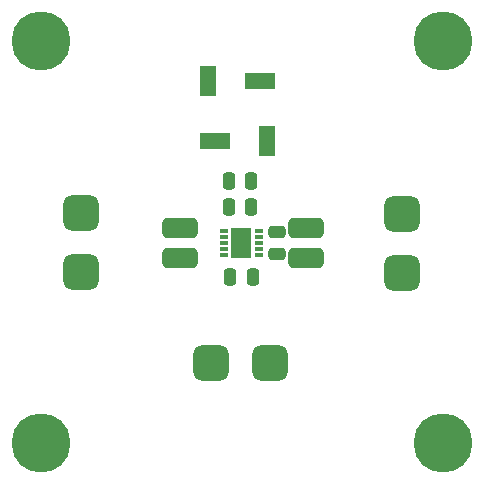
<source format=gts>
%TF.GenerationSoftware,KiCad,Pcbnew,(6.0.2)*%
%TF.CreationDate,2022-04-05T13:44:54-03:00*%
%TF.ProjectId,EM8900,454d3839-3030-42e6-9b69-6361645f7063,rev?*%
%TF.SameCoordinates,PX5f5e100PY8583b00*%
%TF.FileFunction,Soldermask,Top*%
%TF.FilePolarity,Negative*%
%FSLAX46Y46*%
G04 Gerber Fmt 4.6, Leading zero omitted, Abs format (unit mm)*
G04 Created by KiCad (PCBNEW (6.0.2)) date 2022-04-05 13:44:54*
%MOMM*%
%LPD*%
G01*
G04 APERTURE LIST*
G04 Aperture macros list*
%AMRoundRect*
4,1,4,2,3,4,5,6,7,8,9,2,3,0*
1,1,$1,$2,$3*
1,1,$1,$2,$3*
1,1,$1,$2,$3*
1,1,$1,$2,$3*
20,1,$1,$2,$3,$4,$5,0*
20,1,$1,$2,$3,$4,$5,0*
20,1,$1,$2,$3,$4,$5,0*
20,1,$1,$2,$3,$4,$5,0*%
G04 Aperture macros list end*
%AMCOMP20*
4,1,3,
-0.25,-0.475,
0.25,-0.475,
0.25,0.475,
-0.25,0.475,
0*
4,1,19,
-0.25,-0.22499999999999998,
-0.17274575140626314,-0.2372358709262116,
-0.10305368692688172,-0.27274575140626311,
-0.047745751406263137,-0.32805368692688169,
-0.012235870926211617,-0.39774575140626311,
0,-0.475,
-0.012235870926211589,-0.55225424859373684,
-0.047745751406263137,-0.62194631307311821,
-0.10305368692688169,-0.67725424859373684,
-0.17274575140626314,-0.71276412907378839,
-0.24999999999999997,-0.725,
-0.32725424859373692,-0.71276412907378839,
-0.39694631307311823,-0.67725424859373684,
-0.45225424859373686,-0.62194631307311832,
-0.48776412907378841,-0.55225424859373684,
-0.5,-0.47500000000000003,
-0.48776412907378841,-0.39774575140626317,
-0.45225424859373686,-0.32805368692688175,
-0.39694631307311834,-0.27274575140626311,
-0.32725424859373692,-0.2372358709262116,
0*
4,1,19,
0.25,-0.22499999999999998,
0.32725424859373686,-0.2372358709262116,
0.39694631307311828,-0.27274575140626311,
0.45225424859373686,-0.32805368692688169,
0.48776412907378841,-0.39774575140626311,
0.5,-0.475,
0.48776412907378841,-0.55225424859373684,
0.45225424859373686,-0.62194631307311821,
0.39694631307311834,-0.67725424859373684,
0.32725424859373686,-0.71276412907378839,
0.25000000000000006,-0.725,
0.17274575140626308,-0.71276412907378839,
0.10305368692688174,-0.67725424859373684,
0.047745751406263165,-0.62194631307311832,
0.012235870926211617,-0.55225424859373684,
0,-0.47500000000000003,
0.012235870926211589,-0.39774575140626317,
0.047745751406263109,-0.32805368692688175,
0.10305368692688166,-0.27274575140626311,
0.17274575140626308,-0.2372358709262116,
0*
4,1,19,
0.25,0.725,
0.32725424859373686,0.71276412907378839,
0.39694631307311828,0.67725424859373684,
0.45225424859373686,0.62194631307311821,
0.48776412907378841,0.55225424859373684,
0.5,0.475,
0.48776412907378841,0.39774575140626311,
0.45225424859373686,0.32805368692688175,
0.39694631307311834,0.27274575140626311,
0.32725424859373686,0.2372358709262116,
0.25000000000000006,0.22499999999999998,
0.17274575140626308,0.2372358709262116,
0.10305368692688174,0.27274575140626311,
0.047745751406263165,0.32805368692688164,
0.012235870926211617,0.39774575140626311,
0,0.47499999999999992,
0.012235870926211589,0.55225424859373673,
0.047745751406263109,0.62194631307311821,
0.10305368692688166,0.67725424859373684,
0.17274575140626308,0.71276412907378839,
0*
4,1,19,
-0.25,0.725,
-0.17274575140626314,0.71276412907378839,
-0.10305368692688172,0.67725424859373684,
-0.047745751406263137,0.62194631307311821,
-0.012235870926211617,0.55225424859373684,
0,0.475,
-0.012235870926211589,0.39774575140626311,
-0.047745751406263137,0.32805368692688175,
-0.10305368692688169,0.27274575140626311,
-0.17274575140626314,0.2372358709262116,
-0.24999999999999997,0.22499999999999998,
-0.32725424859373692,0.2372358709262116,
-0.39694631307311823,0.27274575140626311,
-0.45225424859373686,0.32805368692688164,
-0.48776412907378841,0.39774575140626311,
-0.5,0.47499999999999992,
-0.48776412907378841,0.55225424859373673,
-0.45225424859373686,0.62194631307311821,
-0.39694631307311834,0.67725424859373684,
-0.32725424859373692,0.71276412907378839,
0*
4,1,3,
-0.25,-0.725,
-0.24999999999999997,-0.22499999999999998,
0.25,-0.22499999999999998,
0.24999999999999997,-0.725,
0*
4,1,3,
0.5,-0.475,
0,-0.475,
0,0.475,
0.5,0.475,
0*
4,1,3,
0.25,0.725,
0.24999999999999997,0.22499999999999998,
-0.25,0.22499999999999998,
-0.24999999999999997,0.725,
0*
4,1,3,
-0.5,0.475,
0,0.475,
0,-0.475,
-0.5,-0.475,
0*%
%ADD10COMP20,0.25X-0.25X-0.475X0.25X-0.475X0.25X0.475X-0.25X0.475X0*%
%AMCOMP21*
4,1,3,
0.475,-0.25,
0.475,0.25,
-0.475,0.25,
-0.475,-0.25,
0*
4,1,19,
0.475,0,
0.55225424859373684,-0.012235870926211617,
0.62194631307311821,-0.047745751406263137,
0.67725424859373684,-0.10305368692688172,
0.71276412907378839,-0.17274575140626314,
0.725,-0.24999999999999997,
0.71276412907378839,-0.32725424859373686,
0.67725424859373684,-0.39694631307311823,
0.62194631307311832,-0.45225424859373686,
0.55225424859373684,-0.48776412907378841,
0.47500000000000003,-0.5,
0.39774575140626306,-0.48776412907378841,
0.32805368692688175,-0.45225424859373686,
0.27274575140626311,-0.39694631307311834,
0.2372358709262116,-0.32725424859373686,
0.22499999999999998,-0.25000000000000006,
0.23723587092621157,-0.17274575140626319,
0.27274575140626311,-0.10305368692688177,
0.32805368692688164,-0.047745751406263165,
0.39774575140626306,-0.012235870926211617,
0*
4,1,19,
0.475,0.5,
0.55225424859373684,0.48776412907378841,
0.62194631307311821,0.45225424859373686,
0.67725424859373684,0.39694631307311828,
0.71276412907378839,0.32725424859373686,
0.725,0.25,
0.71276412907378839,0.17274575140626316,
0.67725424859373684,0.10305368692688174,
0.62194631307311832,0.047745751406263165,
0.55225424859373684,0.012235870926211617,
0.47500000000000003,0,
0.39774575140626306,0.012235870926211617,
0.32805368692688175,0.047745751406263109,
0.27274575140626311,0.10305368692688169,
0.2372358709262116,0.17274575140626311,
0.22499999999999998,0.24999999999999994,
0.23723587092621157,0.32725424859373681,
0.27274575140626311,0.39694631307311823,
0.32805368692688164,0.45225424859373686,
0.39774575140626306,0.48776412907378841,
0*
4,1,19,
-0.475,0.5,
-0.39774575140626311,0.48776412907378841,
-0.32805368692688169,0.45225424859373686,
-0.27274575140626311,0.39694631307311828,
-0.2372358709262116,0.32725424859373686,
-0.22499999999999998,0.25,
-0.23723587092621157,0.17274575140626316,
-0.27274575140626311,0.10305368692688174,
-0.32805368692688164,0.047745751406263165,
-0.39774575140626311,0.012235870926211617,
-0.47499999999999992,0,
-0.552254248593737,0.012235870926211617,
-0.62194631307311821,0.047745751406263109,
-0.67725424859373684,0.10305368692688169,
-0.71276412907378839,0.17274575140626311,
-0.725,0.24999999999999994,
-0.71276412907378839,0.32725424859373681,
-0.67725424859373684,0.39694631307311823,
-0.62194631307311832,0.45225424859373686,
-0.55225424859373684,0.48776412907378841,
0*
4,1,19,
-0.475,0,
-0.39774575140626311,-0.012235870926211617,
-0.32805368692688169,-0.047745751406263137,
-0.27274575140626311,-0.10305368692688172,
-0.2372358709262116,-0.17274575140626314,
-0.22499999999999998,-0.24999999999999997,
-0.23723587092621157,-0.32725424859373686,
-0.27274575140626311,-0.39694631307311823,
-0.32805368692688164,-0.45225424859373686,
-0.39774575140626311,-0.48776412907378841,
-0.47499999999999992,-0.5,
-0.552254248593737,-0.48776412907378841,
-0.62194631307311821,-0.45225424859373686,
-0.67725424859373684,-0.39694631307311834,
-0.71276412907378839,-0.32725424859373686,
-0.725,-0.25000000000000006,
-0.71276412907378839,-0.17274575140626319,
-0.67725424859373684,-0.10305368692688177,
-0.62194631307311832,-0.047745751406263165,
-0.55225424859373684,-0.012235870926211617,
0*
4,1,3,
0.725,-0.25,
0.22499999999999998,-0.24999999999999997,
0.22499999999999998,0.25,
0.725,0.24999999999999997,
0*
4,1,3,
0.475,0.5,
0.475,0,
-0.475,0,
-0.475,0.5,
0*
4,1,3,
-0.725,0.25,
-0.22499999999999998,0.24999999999999997,
-0.22499999999999998,-0.25,
-0.725,-0.24999999999999997,
0*
4,1,3,
-0.475,-0.5,
-0.475,0,
0.475,0,
0.475,-0.5,
0*%
%ADD11COMP21,0.25X0.475X-0.25X0.475X0.25X-0.475X0.25X-0.475X-0.25X0*%
%ADD12R,0.8X0.3*%
%ADD13R,1.8X2.5*%
%AMCOMP22*
4,1,3,
-0.75,0.75,
-0.75,-0.75,
0.75,-0.75,
0.75,0.75,
0*
4,1,19,
-0.75,1.5,
-0.51823725421878941,1.4632923872213652,
-0.30916106078064515,1.3567627457812106,
-0.14323725421878941,1.1908389392193548,
-0.036707612778634879,0.98176274578121059,
0,0.75,
-0.036707612778634768,0.51823725421878952,
-0.14323725421878941,0.3091610607806452,
-0.30916106078064509,0.14323725421878952,
-0.51823725421878941,0.036707612778634879,
-0.74999999999999989,0,
-0.98176274578121081,0.036707612778634879,
-1.1908389392193548,0.1432372542187893,
-1.3567627457812104,0.30916106078064509,
-1.4632923872213652,0.5182372542187893,
-1.5,0.74999999999999989,
-1.4632923872213652,0.98176274578121037,
-1.3567627457812108,1.1908389392193546,
-1.190838939219355,1.3567627457812104,
-0.9817627457812107,1.4632923872213652,
0*
4,1,19,
-0.75,0,
-0.51823725421878941,-0.036707612778634879,
-0.30916106078064515,-0.14323725421878941,
-0.14323725421878941,-0.30916106078064515,
-0.036707612778634879,-0.51823725421878941,
0,-0.75,
-0.036707612778634768,-0.98176274578121048,
-0.14323725421878941,-1.1908389392193548,
-0.30916106078064509,-1.3567627457812104,
-0.51823725421878941,-1.4632923872213652,
-0.74999999999999989,-1.5,
-0.98176274578121081,-1.4632923872213652,
-1.1908389392193548,-1.3567627457812108,
-1.3567627457812104,-1.190838939219355,
-1.4632923872213652,-0.9817627457812107,
-1.5,-0.75000000000000011,
-1.4632923872213652,-0.51823725421878963,
-1.3567627457812108,-0.30916106078064531,
-1.190838939219355,-0.14323725421878952,
-0.9817627457812107,-0.036707612778634879,
0*
4,1,19,
0.75,0,
0.98176274578121059,-0.036707612778634879,
1.1908389392193548,-0.14323725421878941,
1.3567627457812106,-0.30916106078064515,
1.4632923872213652,-0.51823725421878941,
1.5,-0.75,
1.4632923872213652,-0.98176274578121048,
1.3567627457812106,-1.1908389392193548,
1.190838939219355,-1.3567627457812104,
0.98176274578121059,-1.4632923872213652,
0.75000000000000011,-1.5,
0.51823725421878919,-1.4632923872213652,
0.3091610607806452,-1.3567627457812108,
0.14323725421878952,-1.190838939219355,
0.036707612778634879,-0.9817627457812107,
0,-0.75000000000000011,
0.036707612778634768,-0.51823725421878963,
0.1432372542187893,-0.30916106078064531,
0.309161060780645,-0.14323725421878952,
0.5182372542187893,-0.036707612778634879,
0*
4,1,19,
0.75,1.5,
0.98176274578121059,1.4632923872213652,
1.1908389392193548,1.3567627457812106,
1.3567627457812106,1.1908389392193548,
1.4632923872213652,0.98176274578121059,
1.5,0.75,
1.4632923872213652,0.51823725421878952,
1.3567627457812106,0.3091610607806452,
1.190838939219355,0.14323725421878952,
0.98176274578121059,0.036707612778634879,
0.75000000000000011,0,
0.51823725421878919,0.036707612778634879,
0.3091610607806452,0.1432372542187893,
0.14323725421878952,0.30916106078064509,
0.036707612778634879,0.5182372542187893,
0,0.74999999999999989,
0.036707612778634768,0.98176274578121037,
0.1432372542187893,1.1908389392193546,
0.309161060780645,1.3567627457812104,
0.5182372542187893,1.4632923872213652,
0*
4,1,3,
-1.5,0.75,
0,0.75,
0,-0.75,
-1.5,-0.75,
0*
4,1,3,
-0.75,-1.5,
-0.75,0,
0.75,0,
0.75,-1.5,
0*
4,1,3,
1.5,-0.75,
0,-0.75,
0,0.75,
1.5,0.75,
0*
4,1,3,
0.75,1.5,
0.75,0,
-0.75,0,
-0.75,1.5,
0*%
%ADD14COMP22,0.75X-0.75X0.75X-0.75X-0.75X0.75X-0.75X0.75X0.75X0*%
%AMCOMP23*
4,1,3,
-1.075,-0.425,
1.075,-0.425,
1.075,0.425,
-1.075,0.425,
0*
4,1,19,
-1.075,0,
-0.94366777739064733,-0.020800980574559758,
-0.82519126777569884,-0.081167777390647344,
-0.73116777739064731,-0.17519126777569891,
-0.67080098057455972,-0.29366777739064731,
-0.64999999999999991,-0.425,
-0.67080098057455961,-0.55633222260935256,
-0.73116777739064731,-0.674808732224301,
-0.82519126777569884,-0.76883222260935258,
-0.94366777739064722,-0.82919901942544016,
-1.075,-0.85,
-1.2063322226093527,-0.82919901942544016,
-1.324808732224301,-0.76883222260935269,
-1.4188322226093526,-0.674808732224301,
-1.4791990194254403,-0.55633222260935267,
-1.5,-0.42500000000000004,
-1.4791990194254403,-0.29366777739064742,
-1.4188322226093526,-0.17519126777569902,
-1.3248087322243012,-0.0811677773906474,
-1.2063322226093527,-0.020800980574559758,
0*
4,1,19,
1.075,0,
1.2063322226093527,-0.020800980574559758,
1.324808732224301,-0.081167777390647344,
1.4188322226093526,-0.17519126777569891,
1.4791990194254403,-0.29366777739064731,
1.5,-0.425,
1.4791990194254403,-0.55633222260935256,
1.4188322226093526,-0.674808732224301,
1.3248087322243012,-0.76883222260935258,
1.2063322226093527,-0.82919901942544016,
1.075,-0.85,
0.94366777739064722,-0.82919901942544016,
0.825191267775699,-0.76883222260935269,
0.73116777739064731,-0.674808732224301,
0.67080098057455972,-0.55633222260935267,
0.64999999999999991,-0.42500000000000004,
0.67080098057455961,-0.29366777739064742,
0.73116777739064731,-0.17519126777569902,
0.82519126777569873,-0.0811677773906474,
0.94366777739064722,-0.020800980574559758,
0*
4,1,19,
1.075,0.85,
1.2063322226093527,0.82919901942544016,
1.324808732224301,0.76883222260935269,
1.4188322226093526,0.674808732224301,
1.4791990194254403,0.55633222260935267,
1.5,0.425,
1.4791990194254403,0.29366777739064737,
1.4188322226093526,0.17519126777569896,
1.3248087322243012,0.0811677773906474,
1.2063322226093527,0.020800980574559758,
1.075,0,
0.94366777739064722,0.020800980574559758,
0.825191267775699,0.081167777390647289,
0.73116777739064731,0.17519126777569888,
0.67080098057455972,0.29366777739064731,
0.64999999999999991,0.42499999999999993,
0.67080098057455961,0.55633222260935256,
0.73116777739064731,0.67480873222430093,
0.82519126777569873,0.76883222260935258,
0.94366777739064722,0.82919901942544016,
0*
4,1,19,
-1.075,0.85,
-0.94366777739064733,0.82919901942544016,
-0.82519126777569884,0.76883222260935269,
-0.73116777739064731,0.674808732224301,
-0.67080098057455972,0.55633222260935267,
-0.64999999999999991,0.425,
-0.67080098057455961,0.29366777739064737,
-0.73116777739064731,0.17519126777569896,
-0.82519126777569884,0.0811677773906474,
-0.94366777739064722,0.020800980574559758,
-1.075,0,
-1.2063322226093527,0.020800980574559758,
-1.324808732224301,0.081167777390647289,
-1.4188322226093526,0.17519126777569888,
-1.4791990194254403,0.29366777739064731,
-1.5,0.42499999999999993,
-1.4791990194254403,0.55633222260935256,
-1.4188322226093526,0.67480873222430093,
-1.3248087322243012,0.76883222260935258,
-1.2063322226093527,0.82919901942544016,
0*
4,1,3,
-1.075,-0.85,
-1.075,0,
1.075,0,
1.075,-0.85,
0*
4,1,3,
1.5,-0.425,
0.64999999999999991,-0.425,
0.64999999999999991,0.425,
1.5,0.425,
0*
4,1,3,
1.075,0.85,
1.075,0,
-1.075,0,
-1.075,0.85,
0*
4,1,3,
-1.5,0.425,
-0.64999999999999991,0.425,
-0.64999999999999991,-0.425,
-1.5,-0.425,
0*%
%ADD15COMP23,0.425X-1.075X-0.425X1.075X-0.425X1.075X0.425X-1.075X0.425X0*%
%ADD16R,1.4X2.6*%
%ADD17R,2.6X1.4*%
%AMCOMP24*
4,1,3,
0.75,-0.75,
0.75,0.75,
-0.75,0.75,
-0.75,-0.75,
0*
4,1,19,
0.75,0,
0.98176274578121059,-0.036707612778634879,
1.1908389392193548,-0.14323725421878941,
1.3567627457812106,-0.30916106078064515,
1.4632923872213652,-0.51823725421878941,
1.5,-0.75,
1.4632923872213652,-0.98176274578121048,
1.3567627457812106,-1.1908389392193548,
1.190838939219355,-1.3567627457812104,
0.98176274578121059,-1.4632923872213652,
0.75000000000000011,-1.5,
0.51823725421878919,-1.4632923872213652,
0.3091610607806452,-1.3567627457812108,
0.14323725421878952,-1.190838939219355,
0.036707612778634879,-0.9817627457812107,
0,-0.75000000000000011,
0.036707612778634768,-0.51823725421878963,
0.1432372542187893,-0.30916106078064531,
0.309161060780645,-0.14323725421878952,
0.5182372542187893,-0.036707612778634879,
0*
4,1,19,
0.75,1.5,
0.98176274578121059,1.4632923872213652,
1.1908389392193548,1.3567627457812106,
1.3567627457812106,1.1908389392193548,
1.4632923872213652,0.98176274578121059,
1.5,0.75,
1.4632923872213652,0.51823725421878952,
1.3567627457812106,0.3091610607806452,
1.190838939219355,0.14323725421878952,
0.98176274578121059,0.036707612778634879,
0.75000000000000011,0,
0.51823725421878919,0.036707612778634879,
0.3091610607806452,0.1432372542187893,
0.14323725421878952,0.30916106078064509,
0.036707612778634879,0.5182372542187893,
0,0.74999999999999989,
0.036707612778634768,0.98176274578121037,
0.1432372542187893,1.1908389392193546,
0.309161060780645,1.3567627457812104,
0.5182372542187893,1.4632923872213652,
0*
4,1,19,
-0.75,1.5,
-0.51823725421878941,1.4632923872213652,
-0.30916106078064515,1.3567627457812106,
-0.14323725421878941,1.1908389392193548,
-0.036707612778634879,0.98176274578121059,
0,0.75,
-0.036707612778634768,0.51823725421878952,
-0.14323725421878941,0.3091610607806452,
-0.30916106078064509,0.14323725421878952,
-0.51823725421878941,0.036707612778634879,
-0.74999999999999989,0,
-0.98176274578121081,0.036707612778634879,
-1.1908389392193548,0.1432372542187893,
-1.3567627457812104,0.30916106078064509,
-1.4632923872213652,0.5182372542187893,
-1.5,0.74999999999999989,
-1.4632923872213652,0.98176274578121037,
-1.3567627457812108,1.1908389392193546,
-1.190838939219355,1.3567627457812104,
-0.9817627457812107,1.4632923872213652,
0*
4,1,19,
-0.75,0,
-0.51823725421878941,-0.036707612778634879,
-0.30916106078064515,-0.14323725421878941,
-0.14323725421878941,-0.30916106078064515,
-0.036707612778634879,-0.51823725421878941,
0,-0.75,
-0.036707612778634768,-0.98176274578121048,
-0.14323725421878941,-1.1908389392193548,
-0.30916106078064509,-1.3567627457812104,
-0.51823725421878941,-1.4632923872213652,
-0.74999999999999989,-1.5,
-0.98176274578121081,-1.4632923872213652,
-1.1908389392193548,-1.3567627457812108,
-1.3567627457812104,-1.190838939219355,
-1.4632923872213652,-0.9817627457812107,
-1.5,-0.75000000000000011,
-1.4632923872213652,-0.51823725421878963,
-1.3567627457812108,-0.30916106078064531,
-1.190838939219355,-0.14323725421878952,
-0.9817627457812107,-0.036707612778634879,
0*
4,1,3,
1.5,-0.75,
0,-0.75,
0,0.75,
1.5,0.75,
0*
4,1,3,
0.75,1.5,
0.75,0,
-0.75,0,
-0.75,1.5,
0*
4,1,3,
-1.5,0.75,
0,0.75,
0,-0.75,
-1.5,-0.75,
0*
4,1,3,
-0.75,-1.5,
-0.75,0,
0.75,0,
0.75,-1.5,
0*%
%ADD18COMP24,0.75X0.75X-0.75X0.75X0.75X-0.75X0.75X-0.75X-0.75X0*%
%AMCOMP25*
4,1,3,
0.25,0.475,
-0.25,0.475,
-0.25,-0.475,
0.25,-0.475,
0*
4,1,19,
0.25,0.725,
0.32725424859373686,0.71276412907378839,
0.39694631307311828,0.67725424859373684,
0.45225424859373686,0.62194631307311821,
0.48776412907378841,0.55225424859373684,
0.5,0.475,
0.48776412907378841,0.39774575140626311,
0.45225424859373686,0.32805368692688175,
0.39694631307311834,0.27274575140626311,
0.32725424859373686,0.2372358709262116,
0.25000000000000006,0.22499999999999998,
0.17274575140626308,0.2372358709262116,
0.10305368692688174,0.27274575140626311,
0.047745751406263165,0.32805368692688164,
0.012235870926211617,0.39774575140626311,
0,0.47499999999999992,
0.012235870926211589,0.55225424859373673,
0.047745751406263109,0.62194631307311821,
0.10305368692688166,0.67725424859373684,
0.17274575140626308,0.71276412907378839,
0*
4,1,19,
-0.25,0.725,
-0.17274575140626314,0.71276412907378839,
-0.10305368692688172,0.67725424859373684,
-0.047745751406263137,0.62194631307311821,
-0.012235870926211617,0.55225424859373684,
0,0.475,
-0.012235870926211589,0.39774575140626311,
-0.047745751406263137,0.32805368692688175,
-0.10305368692688169,0.27274575140626311,
-0.17274575140626314,0.2372358709262116,
-0.24999999999999997,0.22499999999999998,
-0.32725424859373692,0.2372358709262116,
-0.39694631307311823,0.27274575140626311,
-0.45225424859373686,0.32805368692688164,
-0.48776412907378841,0.39774575140626311,
-0.5,0.47499999999999992,
-0.48776412907378841,0.55225424859373673,
-0.45225424859373686,0.62194631307311821,
-0.39694631307311834,0.67725424859373684,
-0.32725424859373692,0.71276412907378839,
0*
4,1,19,
-0.25,-0.22499999999999998,
-0.17274575140626314,-0.2372358709262116,
-0.10305368692688172,-0.27274575140626311,
-0.047745751406263137,-0.32805368692688169,
-0.012235870926211617,-0.39774575140626311,
0,-0.475,
-0.012235870926211589,-0.55225424859373684,
-0.047745751406263137,-0.62194631307311821,
-0.10305368692688169,-0.67725424859373684,
-0.17274575140626314,-0.71276412907378839,
-0.24999999999999997,-0.725,
-0.32725424859373692,-0.71276412907378839,
-0.39694631307311823,-0.67725424859373684,
-0.45225424859373686,-0.62194631307311832,
-0.48776412907378841,-0.55225424859373684,
-0.5,-0.47500000000000003,
-0.48776412907378841,-0.39774575140626317,
-0.45225424859373686,-0.32805368692688175,
-0.39694631307311834,-0.27274575140626311,
-0.32725424859373692,-0.2372358709262116,
0*
4,1,19,
0.25,-0.22499999999999998,
0.32725424859373686,-0.2372358709262116,
0.39694631307311828,-0.27274575140626311,
0.45225424859373686,-0.32805368692688169,
0.48776412907378841,-0.39774575140626311,
0.5,-0.475,
0.48776412907378841,-0.55225424859373684,
0.45225424859373686,-0.62194631307311821,
0.39694631307311834,-0.67725424859373684,
0.32725424859373686,-0.71276412907378839,
0.25000000000000006,-0.725,
0.17274575140626308,-0.71276412907378839,
0.10305368692688174,-0.67725424859373684,
0.047745751406263165,-0.62194631307311832,
0.012235870926211617,-0.55225424859373684,
0,-0.47500000000000003,
0.012235870926211589,-0.39774575140626317,
0.047745751406263109,-0.32805368692688175,
0.10305368692688166,-0.27274575140626311,
0.17274575140626308,-0.2372358709262116,
0*
4,1,3,
0.25,0.725,
0.24999999999999997,0.22499999999999998,
-0.25,0.22499999999999998,
-0.24999999999999997,0.725,
0*
4,1,3,
-0.5,0.475,
0,0.475,
0,-0.475,
-0.5,-0.475,
0*
4,1,3,
-0.25,-0.725,
-0.24999999999999997,-0.22499999999999998,
0.25,-0.22499999999999998,
0.24999999999999997,-0.725,
0*
4,1,3,
0.5,-0.475,
0,-0.475,
0,0.475,
0.5,0.475,
0*%
%ADD19COMP25,0.25X0.25X0.475X-0.25X0.475X-0.25X-0.475X0.25X-0.475X0*%
%AMCOMP26*
4,1,3,
0.75,0.75,
-0.75,0.75,
-0.75,-0.75,
0.75,-0.75,
0*
4,1,19,
0.75,1.5,
0.98176274578121059,1.4632923872213652,
1.1908389392193548,1.3567627457812106,
1.3567627457812106,1.1908389392193548,
1.4632923872213652,0.98176274578121059,
1.5,0.75,
1.4632923872213652,0.51823725421878952,
1.3567627457812106,0.3091610607806452,
1.190838939219355,0.14323725421878952,
0.98176274578121059,0.036707612778634879,
0.75000000000000011,0,
0.51823725421878919,0.036707612778634879,
0.3091610607806452,0.1432372542187893,
0.14323725421878952,0.30916106078064509,
0.036707612778634879,0.5182372542187893,
0,0.74999999999999989,
0.036707612778634768,0.98176274578121037,
0.1432372542187893,1.1908389392193546,
0.309161060780645,1.3567627457812104,
0.5182372542187893,1.4632923872213652,
0*
4,1,19,
-0.75,1.5,
-0.51823725421878941,1.4632923872213652,
-0.30916106078064515,1.3567627457812106,
-0.14323725421878941,1.1908389392193548,
-0.036707612778634879,0.98176274578121059,
0,0.75,
-0.036707612778634768,0.51823725421878952,
-0.14323725421878941,0.3091610607806452,
-0.30916106078064509,0.14323725421878952,
-0.51823725421878941,0.036707612778634879,
-0.74999999999999989,0,
-0.98176274578121081,0.036707612778634879,
-1.1908389392193548,0.1432372542187893,
-1.3567627457812104,0.30916106078064509,
-1.4632923872213652,0.5182372542187893,
-1.5,0.74999999999999989,
-1.4632923872213652,0.98176274578121037,
-1.3567627457812108,1.1908389392193546,
-1.190838939219355,1.3567627457812104,
-0.9817627457812107,1.4632923872213652,
0*
4,1,19,
-0.75,0,
-0.51823725421878941,-0.036707612778634879,
-0.30916106078064515,-0.14323725421878941,
-0.14323725421878941,-0.30916106078064515,
-0.036707612778634879,-0.51823725421878941,
0,-0.75,
-0.036707612778634768,-0.98176274578121048,
-0.14323725421878941,-1.1908389392193548,
-0.30916106078064509,-1.3567627457812104,
-0.51823725421878941,-1.4632923872213652,
-0.74999999999999989,-1.5,
-0.98176274578121081,-1.4632923872213652,
-1.1908389392193548,-1.3567627457812108,
-1.3567627457812104,-1.190838939219355,
-1.4632923872213652,-0.9817627457812107,
-1.5,-0.75000000000000011,
-1.4632923872213652,-0.51823725421878963,
-1.3567627457812108,-0.30916106078064531,
-1.190838939219355,-0.14323725421878952,
-0.9817627457812107,-0.036707612778634879,
0*
4,1,19,
0.75,0,
0.98176274578121059,-0.036707612778634879,
1.1908389392193548,-0.14323725421878941,
1.3567627457812106,-0.30916106078064515,
1.4632923872213652,-0.51823725421878941,
1.5,-0.75,
1.4632923872213652,-0.98176274578121048,
1.3567627457812106,-1.1908389392193548,
1.190838939219355,-1.3567627457812104,
0.98176274578121059,-1.4632923872213652,
0.75000000000000011,-1.5,
0.51823725421878919,-1.4632923872213652,
0.3091610607806452,-1.3567627457812108,
0.14323725421878952,-1.190838939219355,
0.036707612778634879,-0.9817627457812107,
0,-0.75000000000000011,
0.036707612778634768,-0.51823725421878963,
0.1432372542187893,-0.30916106078064531,
0.309161060780645,-0.14323725421878952,
0.5182372542187893,-0.036707612778634879,
0*
4,1,3,
0.75,1.5,
0.75,0,
-0.75,0,
-0.75,1.5,
0*
4,1,3,
-1.5,0.75,
0,0.75,
0,-0.75,
-1.5,-0.75,
0*
4,1,3,
-0.75,-1.5,
-0.75,0,
0.75,0,
0.75,-1.5,
0*
4,1,3,
1.5,-0.75,
0,-0.75,
0,0.75,
1.5,0.75,
0*%
%ADD20COMP26,0.75X0.75X0.75X-0.75X0.75X-0.75X-0.75X0.75X-0.75X0*%
%ADD21C,5*%
G04 APERTURE END LIST*
D10*
X0000000000Y0000000000D02*
X0018938000Y0023033000D03*
X0020838000Y0023033000D03*
X0018938000Y0025192000D03*
X0020838000Y0025192000D03*
D11*
X0023063000Y0019035000D03*
X0023063000Y0020935000D03*
D12*
X0018500000Y0021000000D03*
X0018500000Y0020500000D03*
X0018500000Y0020000000D03*
X0018500000Y0019500000D03*
X0018500000Y0019000000D03*
X0021500000Y0019000000D03*
X0021500000Y0019500000D03*
X0021500000Y0020000000D03*
X0021500000Y0020500000D03*
X0021500000Y0021000000D03*
D13*
X0020000000Y0020000000D03*
D14*
X0006426000Y0022525000D03*
X0006426000Y0017525000D03*
D15*
X0014808000Y0021255000D03*
X0014808000Y0018715000D03*
X0025476000Y0021255000D03*
X0025476000Y0018715000D03*
D16*
X0022150000Y0028621000D03*
D17*
X0021550000Y0033701000D03*
D16*
X0017150000Y0033701000D03*
D17*
X0017750000Y0028621000D03*
D18*
X0033604000Y0017445000D03*
X0033604000Y0022445000D03*
D19*
X0020965000Y0017064000D03*
X0019065000Y0017064000D03*
D20*
X0022428000Y0009825000D03*
X0017428000Y0009825000D03*
D21*
X0003048000Y0003048000D03*
X0037084000Y0037084000D03*
X0003048000Y0037084000D03*
X0037084000Y0003048000D03*
M02*
</source>
